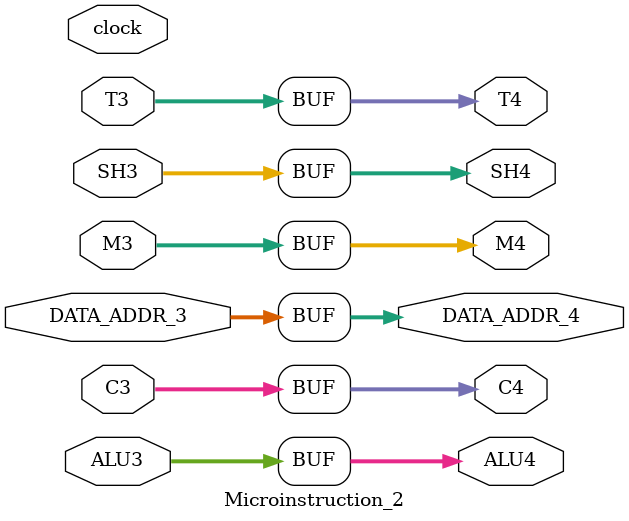
<source format=v>

module Microinstruction_2 (
	clock,
	ALU3,
	SH3,
	C3,
	T3,
	ALU4,
	SH4,
	C4,
	T4,
	DATA_ADDR_3,
	DATA_ADDR_4,
	M3,
	M4
);

/*****************************************************************
Modulo que implementa la segunda microintrucción del pipeline,
habria que chequear que en el momento inicial no flashee cualquiera.
******************************************************************/
	input clock;
	input [3:0] 		ALU3;
	input [1:0] 		SH3;
	input [5:0] 		C3;
	input [6:0] 		T3;
	input [10:0]		DATA_ADDR_3;
	input [1:0]			M3;
	output reg [3:0] 	ALU4;
	output reg [1:0] 	SH4;
	output reg [5:0] 	C4;
	output reg [6:0] 	T4;
	output reg [10:0]	DATA_ADDR_4;
	output reg [1:0]	M4;
	

	always @* 
	begin
		ALU4	=	ALU3;
		SH4	=	SH3;
		C4	=	C3;
		T4	=	T3;
		DATA_ADDR_4 = DATA_ADDR_3;
		M4 = M3;
	end
endmodule
</source>
